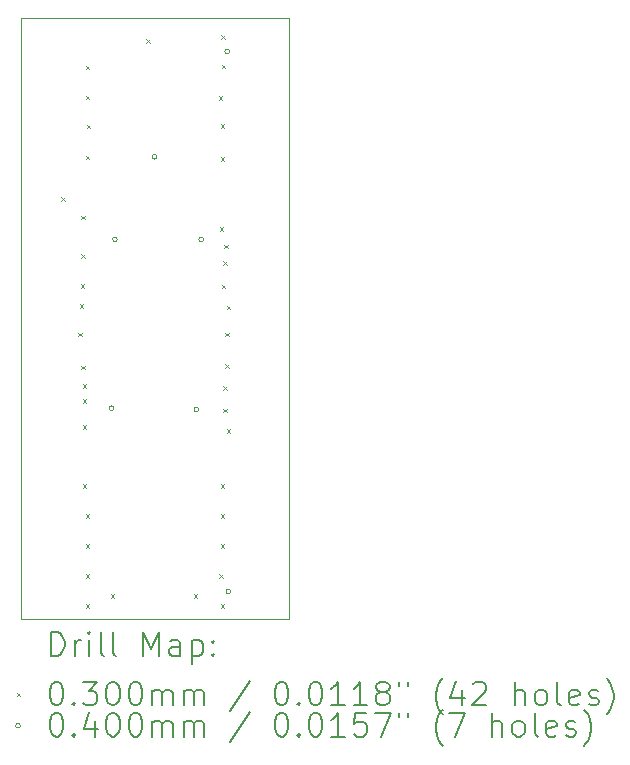
<source format=gbr>
%TF.GenerationSoftware,KiCad,Pcbnew,8.0.7*%
%TF.CreationDate,2025-03-12T15:38:39-05:00*%
%TF.ProjectId,YM3802-F-to-X,594d3338-3032-42d4-962d-746f2d582e6b,rev?*%
%TF.SameCoordinates,Original*%
%TF.FileFunction,Drillmap*%
%TF.FilePolarity,Positive*%
%FSLAX45Y45*%
G04 Gerber Fmt 4.5, Leading zero omitted, Abs format (unit mm)*
G04 Created by KiCad (PCBNEW 8.0.7) date 2025-03-12 15:38:39*
%MOMM*%
%LPD*%
G01*
G04 APERTURE LIST*
%ADD10C,0.050000*%
%ADD11C,0.200000*%
%ADD12C,0.100000*%
G04 APERTURE END LIST*
D10*
X13021000Y-9008500D02*
X15290000Y-9008500D01*
X15290000Y-14091500D01*
X13021000Y-14091500D01*
X13021000Y-9008500D01*
D11*
D12*
X13365000Y-10525000D02*
X13395000Y-10555000D01*
X13395000Y-10525000D02*
X13365000Y-10555000D01*
X13510500Y-11669000D02*
X13540500Y-11699000D01*
X13540500Y-11669000D02*
X13510500Y-11699000D01*
X13523200Y-11427700D02*
X13553200Y-11457700D01*
X13553200Y-11427700D02*
X13523200Y-11457700D01*
X13530000Y-11260000D02*
X13560000Y-11290000D01*
X13560000Y-11260000D02*
X13530000Y-11290000D01*
X13535000Y-11005000D02*
X13565000Y-11035000D01*
X13565000Y-11005000D02*
X13535000Y-11035000D01*
X13535900Y-10678400D02*
X13565900Y-10708400D01*
X13565900Y-10678400D02*
X13535900Y-10708400D01*
X13535900Y-11948400D02*
X13565900Y-11978400D01*
X13565900Y-11948400D02*
X13535900Y-11978400D01*
X13545000Y-12105000D02*
X13575000Y-12135000D01*
X13575000Y-12105000D02*
X13545000Y-12135000D01*
X13545000Y-12235000D02*
X13575000Y-12265000D01*
X13575000Y-12235000D02*
X13545000Y-12265000D01*
X13545000Y-12455000D02*
X13575000Y-12485000D01*
X13575000Y-12455000D02*
X13545000Y-12485000D01*
X13548600Y-12951700D02*
X13578600Y-12981700D01*
X13578600Y-12951700D02*
X13548600Y-12981700D01*
X13574000Y-9408400D02*
X13604000Y-9438400D01*
X13604000Y-9408400D02*
X13574000Y-9438400D01*
X13574000Y-9662400D02*
X13604000Y-9692400D01*
X13604000Y-9662400D02*
X13574000Y-9692400D01*
X13574000Y-10170400D02*
X13604000Y-10200400D01*
X13604000Y-10170400D02*
X13574000Y-10200400D01*
X13574000Y-13205700D02*
X13604000Y-13235700D01*
X13604000Y-13205700D02*
X13574000Y-13235700D01*
X13574000Y-13459700D02*
X13604000Y-13489700D01*
X13604000Y-13459700D02*
X13574000Y-13489700D01*
X13574000Y-13713700D02*
X13604000Y-13743700D01*
X13604000Y-13713700D02*
X13574000Y-13743700D01*
X13574000Y-13967700D02*
X13604000Y-13997700D01*
X13604000Y-13967700D02*
X13574000Y-13997700D01*
X13580350Y-9910050D02*
X13610350Y-9940050D01*
X13610350Y-9910050D02*
X13580350Y-9940050D01*
X13785000Y-13885000D02*
X13815000Y-13915000D01*
X13815000Y-13885000D02*
X13785000Y-13915000D01*
X14085000Y-9185000D02*
X14115000Y-9215000D01*
X14115000Y-9185000D02*
X14085000Y-9215000D01*
X14485000Y-13885000D02*
X14515000Y-13915000D01*
X14515000Y-13885000D02*
X14485000Y-13915000D01*
X14697950Y-9668750D02*
X14727950Y-9698750D01*
X14727950Y-9668750D02*
X14697950Y-9698750D01*
X14704300Y-13713700D02*
X14734300Y-13743700D01*
X14734300Y-13713700D02*
X14704300Y-13743700D01*
X14705000Y-10775000D02*
X14735000Y-10805000D01*
X14735000Y-10775000D02*
X14705000Y-10805000D01*
X14717000Y-9903700D02*
X14747000Y-9933700D01*
X14747000Y-9903700D02*
X14717000Y-9933700D01*
X14717000Y-10183100D02*
X14747000Y-10213100D01*
X14747000Y-10183100D02*
X14717000Y-10213100D01*
X14717000Y-12951700D02*
X14747000Y-12981700D01*
X14747000Y-12951700D02*
X14717000Y-12981700D01*
X14717000Y-13205700D02*
X14747000Y-13235700D01*
X14747000Y-13205700D02*
X14717000Y-13235700D01*
X14717000Y-13459700D02*
X14747000Y-13489700D01*
X14747000Y-13459700D02*
X14717000Y-13489700D01*
X14717000Y-13967700D02*
X14747000Y-13997700D01*
X14747000Y-13967700D02*
X14717000Y-13997700D01*
X14720700Y-9150700D02*
X14750700Y-9180700D01*
X14750700Y-9150700D02*
X14720700Y-9180700D01*
X14723350Y-9402050D02*
X14753350Y-9432050D01*
X14753350Y-9402050D02*
X14723350Y-9432050D01*
X14725000Y-11265000D02*
X14755000Y-11295000D01*
X14755000Y-11265000D02*
X14725000Y-11295000D01*
X14735000Y-11065000D02*
X14765000Y-11095000D01*
X14765000Y-11065000D02*
X14735000Y-11095000D01*
X14735000Y-12125000D02*
X14765000Y-12155000D01*
X14765000Y-12125000D02*
X14735000Y-12155000D01*
X14735000Y-12315000D02*
X14765000Y-12345000D01*
X14765000Y-12315000D02*
X14735000Y-12345000D01*
X14745000Y-10925000D02*
X14775000Y-10955000D01*
X14775000Y-10925000D02*
X14745000Y-10955000D01*
X14755100Y-11670600D02*
X14785100Y-11700600D01*
X14785100Y-11670600D02*
X14755100Y-11700600D01*
X14755100Y-11935700D02*
X14785100Y-11965700D01*
X14785100Y-11935700D02*
X14755100Y-11965700D01*
X14765000Y-12485000D02*
X14795000Y-12515000D01*
X14795000Y-12485000D02*
X14765000Y-12515000D01*
X14767800Y-11440400D02*
X14797800Y-11470400D01*
X14797800Y-11440400D02*
X14767800Y-11470400D01*
X13810000Y-12310000D02*
G75*
G02*
X13770000Y-12310000I-20000J0D01*
G01*
X13770000Y-12310000D02*
G75*
G02*
X13810000Y-12310000I20000J0D01*
G01*
X13840000Y-10880000D02*
G75*
G02*
X13800000Y-10880000I-20000J0D01*
G01*
X13800000Y-10880000D02*
G75*
G02*
X13840000Y-10880000I20000J0D01*
G01*
X14175000Y-10180000D02*
G75*
G02*
X14135000Y-10180000I-20000J0D01*
G01*
X14135000Y-10180000D02*
G75*
G02*
X14175000Y-10180000I20000J0D01*
G01*
X14530000Y-12320000D02*
G75*
G02*
X14490000Y-12320000I-20000J0D01*
G01*
X14490000Y-12320000D02*
G75*
G02*
X14530000Y-12320000I20000J0D01*
G01*
X14570000Y-10880000D02*
G75*
G02*
X14530000Y-10880000I-20000J0D01*
G01*
X14530000Y-10880000D02*
G75*
G02*
X14570000Y-10880000I20000J0D01*
G01*
X14790000Y-9290000D02*
G75*
G02*
X14750000Y-9290000I-20000J0D01*
G01*
X14750000Y-9290000D02*
G75*
G02*
X14790000Y-9290000I20000J0D01*
G01*
X14800000Y-13860000D02*
G75*
G02*
X14760000Y-13860000I-20000J0D01*
G01*
X14760000Y-13860000D02*
G75*
G02*
X14800000Y-13860000I20000J0D01*
G01*
D11*
X13279277Y-14405484D02*
X13279277Y-14205484D01*
X13279277Y-14205484D02*
X13326896Y-14205484D01*
X13326896Y-14205484D02*
X13355467Y-14215008D01*
X13355467Y-14215008D02*
X13374515Y-14234055D01*
X13374515Y-14234055D02*
X13384039Y-14253103D01*
X13384039Y-14253103D02*
X13393562Y-14291198D01*
X13393562Y-14291198D02*
X13393562Y-14319769D01*
X13393562Y-14319769D02*
X13384039Y-14357865D01*
X13384039Y-14357865D02*
X13374515Y-14376912D01*
X13374515Y-14376912D02*
X13355467Y-14395960D01*
X13355467Y-14395960D02*
X13326896Y-14405484D01*
X13326896Y-14405484D02*
X13279277Y-14405484D01*
X13479277Y-14405484D02*
X13479277Y-14272150D01*
X13479277Y-14310246D02*
X13488801Y-14291198D01*
X13488801Y-14291198D02*
X13498324Y-14281674D01*
X13498324Y-14281674D02*
X13517372Y-14272150D01*
X13517372Y-14272150D02*
X13536420Y-14272150D01*
X13603086Y-14405484D02*
X13603086Y-14272150D01*
X13603086Y-14205484D02*
X13593562Y-14215008D01*
X13593562Y-14215008D02*
X13603086Y-14224531D01*
X13603086Y-14224531D02*
X13612610Y-14215008D01*
X13612610Y-14215008D02*
X13603086Y-14205484D01*
X13603086Y-14205484D02*
X13603086Y-14224531D01*
X13726896Y-14405484D02*
X13707848Y-14395960D01*
X13707848Y-14395960D02*
X13698324Y-14376912D01*
X13698324Y-14376912D02*
X13698324Y-14205484D01*
X13831658Y-14405484D02*
X13812610Y-14395960D01*
X13812610Y-14395960D02*
X13803086Y-14376912D01*
X13803086Y-14376912D02*
X13803086Y-14205484D01*
X14060229Y-14405484D02*
X14060229Y-14205484D01*
X14060229Y-14205484D02*
X14126896Y-14348341D01*
X14126896Y-14348341D02*
X14193562Y-14205484D01*
X14193562Y-14205484D02*
X14193562Y-14405484D01*
X14374515Y-14405484D02*
X14374515Y-14300722D01*
X14374515Y-14300722D02*
X14364991Y-14281674D01*
X14364991Y-14281674D02*
X14345943Y-14272150D01*
X14345943Y-14272150D02*
X14307848Y-14272150D01*
X14307848Y-14272150D02*
X14288801Y-14281674D01*
X14374515Y-14395960D02*
X14355467Y-14405484D01*
X14355467Y-14405484D02*
X14307848Y-14405484D01*
X14307848Y-14405484D02*
X14288801Y-14395960D01*
X14288801Y-14395960D02*
X14279277Y-14376912D01*
X14279277Y-14376912D02*
X14279277Y-14357865D01*
X14279277Y-14357865D02*
X14288801Y-14338817D01*
X14288801Y-14338817D02*
X14307848Y-14329293D01*
X14307848Y-14329293D02*
X14355467Y-14329293D01*
X14355467Y-14329293D02*
X14374515Y-14319769D01*
X14469753Y-14272150D02*
X14469753Y-14472150D01*
X14469753Y-14281674D02*
X14488801Y-14272150D01*
X14488801Y-14272150D02*
X14526896Y-14272150D01*
X14526896Y-14272150D02*
X14545943Y-14281674D01*
X14545943Y-14281674D02*
X14555467Y-14291198D01*
X14555467Y-14291198D02*
X14564991Y-14310246D01*
X14564991Y-14310246D02*
X14564991Y-14367388D01*
X14564991Y-14367388D02*
X14555467Y-14386436D01*
X14555467Y-14386436D02*
X14545943Y-14395960D01*
X14545943Y-14395960D02*
X14526896Y-14405484D01*
X14526896Y-14405484D02*
X14488801Y-14405484D01*
X14488801Y-14405484D02*
X14469753Y-14395960D01*
X14650705Y-14386436D02*
X14660229Y-14395960D01*
X14660229Y-14395960D02*
X14650705Y-14405484D01*
X14650705Y-14405484D02*
X14641182Y-14395960D01*
X14641182Y-14395960D02*
X14650705Y-14386436D01*
X14650705Y-14386436D02*
X14650705Y-14405484D01*
X14650705Y-14281674D02*
X14660229Y-14291198D01*
X14660229Y-14291198D02*
X14650705Y-14300722D01*
X14650705Y-14300722D02*
X14641182Y-14291198D01*
X14641182Y-14291198D02*
X14650705Y-14281674D01*
X14650705Y-14281674D02*
X14650705Y-14300722D01*
D12*
X12988500Y-14719000D02*
X13018500Y-14749000D01*
X13018500Y-14719000D02*
X12988500Y-14749000D01*
D11*
X13317372Y-14625484D02*
X13336420Y-14625484D01*
X13336420Y-14625484D02*
X13355467Y-14635008D01*
X13355467Y-14635008D02*
X13364991Y-14644531D01*
X13364991Y-14644531D02*
X13374515Y-14663579D01*
X13374515Y-14663579D02*
X13384039Y-14701674D01*
X13384039Y-14701674D02*
X13384039Y-14749293D01*
X13384039Y-14749293D02*
X13374515Y-14787388D01*
X13374515Y-14787388D02*
X13364991Y-14806436D01*
X13364991Y-14806436D02*
X13355467Y-14815960D01*
X13355467Y-14815960D02*
X13336420Y-14825484D01*
X13336420Y-14825484D02*
X13317372Y-14825484D01*
X13317372Y-14825484D02*
X13298324Y-14815960D01*
X13298324Y-14815960D02*
X13288801Y-14806436D01*
X13288801Y-14806436D02*
X13279277Y-14787388D01*
X13279277Y-14787388D02*
X13269753Y-14749293D01*
X13269753Y-14749293D02*
X13269753Y-14701674D01*
X13269753Y-14701674D02*
X13279277Y-14663579D01*
X13279277Y-14663579D02*
X13288801Y-14644531D01*
X13288801Y-14644531D02*
X13298324Y-14635008D01*
X13298324Y-14635008D02*
X13317372Y-14625484D01*
X13469753Y-14806436D02*
X13479277Y-14815960D01*
X13479277Y-14815960D02*
X13469753Y-14825484D01*
X13469753Y-14825484D02*
X13460229Y-14815960D01*
X13460229Y-14815960D02*
X13469753Y-14806436D01*
X13469753Y-14806436D02*
X13469753Y-14825484D01*
X13545943Y-14625484D02*
X13669753Y-14625484D01*
X13669753Y-14625484D02*
X13603086Y-14701674D01*
X13603086Y-14701674D02*
X13631658Y-14701674D01*
X13631658Y-14701674D02*
X13650705Y-14711198D01*
X13650705Y-14711198D02*
X13660229Y-14720722D01*
X13660229Y-14720722D02*
X13669753Y-14739769D01*
X13669753Y-14739769D02*
X13669753Y-14787388D01*
X13669753Y-14787388D02*
X13660229Y-14806436D01*
X13660229Y-14806436D02*
X13650705Y-14815960D01*
X13650705Y-14815960D02*
X13631658Y-14825484D01*
X13631658Y-14825484D02*
X13574515Y-14825484D01*
X13574515Y-14825484D02*
X13555467Y-14815960D01*
X13555467Y-14815960D02*
X13545943Y-14806436D01*
X13793562Y-14625484D02*
X13812610Y-14625484D01*
X13812610Y-14625484D02*
X13831658Y-14635008D01*
X13831658Y-14635008D02*
X13841182Y-14644531D01*
X13841182Y-14644531D02*
X13850705Y-14663579D01*
X13850705Y-14663579D02*
X13860229Y-14701674D01*
X13860229Y-14701674D02*
X13860229Y-14749293D01*
X13860229Y-14749293D02*
X13850705Y-14787388D01*
X13850705Y-14787388D02*
X13841182Y-14806436D01*
X13841182Y-14806436D02*
X13831658Y-14815960D01*
X13831658Y-14815960D02*
X13812610Y-14825484D01*
X13812610Y-14825484D02*
X13793562Y-14825484D01*
X13793562Y-14825484D02*
X13774515Y-14815960D01*
X13774515Y-14815960D02*
X13764991Y-14806436D01*
X13764991Y-14806436D02*
X13755467Y-14787388D01*
X13755467Y-14787388D02*
X13745943Y-14749293D01*
X13745943Y-14749293D02*
X13745943Y-14701674D01*
X13745943Y-14701674D02*
X13755467Y-14663579D01*
X13755467Y-14663579D02*
X13764991Y-14644531D01*
X13764991Y-14644531D02*
X13774515Y-14635008D01*
X13774515Y-14635008D02*
X13793562Y-14625484D01*
X13984039Y-14625484D02*
X14003086Y-14625484D01*
X14003086Y-14625484D02*
X14022134Y-14635008D01*
X14022134Y-14635008D02*
X14031658Y-14644531D01*
X14031658Y-14644531D02*
X14041182Y-14663579D01*
X14041182Y-14663579D02*
X14050705Y-14701674D01*
X14050705Y-14701674D02*
X14050705Y-14749293D01*
X14050705Y-14749293D02*
X14041182Y-14787388D01*
X14041182Y-14787388D02*
X14031658Y-14806436D01*
X14031658Y-14806436D02*
X14022134Y-14815960D01*
X14022134Y-14815960D02*
X14003086Y-14825484D01*
X14003086Y-14825484D02*
X13984039Y-14825484D01*
X13984039Y-14825484D02*
X13964991Y-14815960D01*
X13964991Y-14815960D02*
X13955467Y-14806436D01*
X13955467Y-14806436D02*
X13945943Y-14787388D01*
X13945943Y-14787388D02*
X13936420Y-14749293D01*
X13936420Y-14749293D02*
X13936420Y-14701674D01*
X13936420Y-14701674D02*
X13945943Y-14663579D01*
X13945943Y-14663579D02*
X13955467Y-14644531D01*
X13955467Y-14644531D02*
X13964991Y-14635008D01*
X13964991Y-14635008D02*
X13984039Y-14625484D01*
X14136420Y-14825484D02*
X14136420Y-14692150D01*
X14136420Y-14711198D02*
X14145943Y-14701674D01*
X14145943Y-14701674D02*
X14164991Y-14692150D01*
X14164991Y-14692150D02*
X14193563Y-14692150D01*
X14193563Y-14692150D02*
X14212610Y-14701674D01*
X14212610Y-14701674D02*
X14222134Y-14720722D01*
X14222134Y-14720722D02*
X14222134Y-14825484D01*
X14222134Y-14720722D02*
X14231658Y-14701674D01*
X14231658Y-14701674D02*
X14250705Y-14692150D01*
X14250705Y-14692150D02*
X14279277Y-14692150D01*
X14279277Y-14692150D02*
X14298324Y-14701674D01*
X14298324Y-14701674D02*
X14307848Y-14720722D01*
X14307848Y-14720722D02*
X14307848Y-14825484D01*
X14403086Y-14825484D02*
X14403086Y-14692150D01*
X14403086Y-14711198D02*
X14412610Y-14701674D01*
X14412610Y-14701674D02*
X14431658Y-14692150D01*
X14431658Y-14692150D02*
X14460229Y-14692150D01*
X14460229Y-14692150D02*
X14479277Y-14701674D01*
X14479277Y-14701674D02*
X14488801Y-14720722D01*
X14488801Y-14720722D02*
X14488801Y-14825484D01*
X14488801Y-14720722D02*
X14498324Y-14701674D01*
X14498324Y-14701674D02*
X14517372Y-14692150D01*
X14517372Y-14692150D02*
X14545943Y-14692150D01*
X14545943Y-14692150D02*
X14564991Y-14701674D01*
X14564991Y-14701674D02*
X14574515Y-14720722D01*
X14574515Y-14720722D02*
X14574515Y-14825484D01*
X14964991Y-14615960D02*
X14793563Y-14873103D01*
X15222134Y-14625484D02*
X15241182Y-14625484D01*
X15241182Y-14625484D02*
X15260229Y-14635008D01*
X15260229Y-14635008D02*
X15269753Y-14644531D01*
X15269753Y-14644531D02*
X15279277Y-14663579D01*
X15279277Y-14663579D02*
X15288801Y-14701674D01*
X15288801Y-14701674D02*
X15288801Y-14749293D01*
X15288801Y-14749293D02*
X15279277Y-14787388D01*
X15279277Y-14787388D02*
X15269753Y-14806436D01*
X15269753Y-14806436D02*
X15260229Y-14815960D01*
X15260229Y-14815960D02*
X15241182Y-14825484D01*
X15241182Y-14825484D02*
X15222134Y-14825484D01*
X15222134Y-14825484D02*
X15203086Y-14815960D01*
X15203086Y-14815960D02*
X15193563Y-14806436D01*
X15193563Y-14806436D02*
X15184039Y-14787388D01*
X15184039Y-14787388D02*
X15174515Y-14749293D01*
X15174515Y-14749293D02*
X15174515Y-14701674D01*
X15174515Y-14701674D02*
X15184039Y-14663579D01*
X15184039Y-14663579D02*
X15193563Y-14644531D01*
X15193563Y-14644531D02*
X15203086Y-14635008D01*
X15203086Y-14635008D02*
X15222134Y-14625484D01*
X15374515Y-14806436D02*
X15384039Y-14815960D01*
X15384039Y-14815960D02*
X15374515Y-14825484D01*
X15374515Y-14825484D02*
X15364991Y-14815960D01*
X15364991Y-14815960D02*
X15374515Y-14806436D01*
X15374515Y-14806436D02*
X15374515Y-14825484D01*
X15507848Y-14625484D02*
X15526896Y-14625484D01*
X15526896Y-14625484D02*
X15545944Y-14635008D01*
X15545944Y-14635008D02*
X15555467Y-14644531D01*
X15555467Y-14644531D02*
X15564991Y-14663579D01*
X15564991Y-14663579D02*
X15574515Y-14701674D01*
X15574515Y-14701674D02*
X15574515Y-14749293D01*
X15574515Y-14749293D02*
X15564991Y-14787388D01*
X15564991Y-14787388D02*
X15555467Y-14806436D01*
X15555467Y-14806436D02*
X15545944Y-14815960D01*
X15545944Y-14815960D02*
X15526896Y-14825484D01*
X15526896Y-14825484D02*
X15507848Y-14825484D01*
X15507848Y-14825484D02*
X15488801Y-14815960D01*
X15488801Y-14815960D02*
X15479277Y-14806436D01*
X15479277Y-14806436D02*
X15469753Y-14787388D01*
X15469753Y-14787388D02*
X15460229Y-14749293D01*
X15460229Y-14749293D02*
X15460229Y-14701674D01*
X15460229Y-14701674D02*
X15469753Y-14663579D01*
X15469753Y-14663579D02*
X15479277Y-14644531D01*
X15479277Y-14644531D02*
X15488801Y-14635008D01*
X15488801Y-14635008D02*
X15507848Y-14625484D01*
X15764991Y-14825484D02*
X15650706Y-14825484D01*
X15707848Y-14825484D02*
X15707848Y-14625484D01*
X15707848Y-14625484D02*
X15688801Y-14654055D01*
X15688801Y-14654055D02*
X15669753Y-14673103D01*
X15669753Y-14673103D02*
X15650706Y-14682627D01*
X15955467Y-14825484D02*
X15841182Y-14825484D01*
X15898325Y-14825484D02*
X15898325Y-14625484D01*
X15898325Y-14625484D02*
X15879277Y-14654055D01*
X15879277Y-14654055D02*
X15860229Y-14673103D01*
X15860229Y-14673103D02*
X15841182Y-14682627D01*
X16069753Y-14711198D02*
X16050706Y-14701674D01*
X16050706Y-14701674D02*
X16041182Y-14692150D01*
X16041182Y-14692150D02*
X16031658Y-14673103D01*
X16031658Y-14673103D02*
X16031658Y-14663579D01*
X16031658Y-14663579D02*
X16041182Y-14644531D01*
X16041182Y-14644531D02*
X16050706Y-14635008D01*
X16050706Y-14635008D02*
X16069753Y-14625484D01*
X16069753Y-14625484D02*
X16107848Y-14625484D01*
X16107848Y-14625484D02*
X16126896Y-14635008D01*
X16126896Y-14635008D02*
X16136420Y-14644531D01*
X16136420Y-14644531D02*
X16145944Y-14663579D01*
X16145944Y-14663579D02*
X16145944Y-14673103D01*
X16145944Y-14673103D02*
X16136420Y-14692150D01*
X16136420Y-14692150D02*
X16126896Y-14701674D01*
X16126896Y-14701674D02*
X16107848Y-14711198D01*
X16107848Y-14711198D02*
X16069753Y-14711198D01*
X16069753Y-14711198D02*
X16050706Y-14720722D01*
X16050706Y-14720722D02*
X16041182Y-14730246D01*
X16041182Y-14730246D02*
X16031658Y-14749293D01*
X16031658Y-14749293D02*
X16031658Y-14787388D01*
X16031658Y-14787388D02*
X16041182Y-14806436D01*
X16041182Y-14806436D02*
X16050706Y-14815960D01*
X16050706Y-14815960D02*
X16069753Y-14825484D01*
X16069753Y-14825484D02*
X16107848Y-14825484D01*
X16107848Y-14825484D02*
X16126896Y-14815960D01*
X16126896Y-14815960D02*
X16136420Y-14806436D01*
X16136420Y-14806436D02*
X16145944Y-14787388D01*
X16145944Y-14787388D02*
X16145944Y-14749293D01*
X16145944Y-14749293D02*
X16136420Y-14730246D01*
X16136420Y-14730246D02*
X16126896Y-14720722D01*
X16126896Y-14720722D02*
X16107848Y-14711198D01*
X16222134Y-14625484D02*
X16222134Y-14663579D01*
X16298325Y-14625484D02*
X16298325Y-14663579D01*
X16593563Y-14901674D02*
X16584039Y-14892150D01*
X16584039Y-14892150D02*
X16564991Y-14863579D01*
X16564991Y-14863579D02*
X16555468Y-14844531D01*
X16555468Y-14844531D02*
X16545944Y-14815960D01*
X16545944Y-14815960D02*
X16536420Y-14768341D01*
X16536420Y-14768341D02*
X16536420Y-14730246D01*
X16536420Y-14730246D02*
X16545944Y-14682627D01*
X16545944Y-14682627D02*
X16555468Y-14654055D01*
X16555468Y-14654055D02*
X16564991Y-14635008D01*
X16564991Y-14635008D02*
X16584039Y-14606436D01*
X16584039Y-14606436D02*
X16593563Y-14596912D01*
X16755468Y-14692150D02*
X16755468Y-14825484D01*
X16707848Y-14615960D02*
X16660229Y-14758817D01*
X16660229Y-14758817D02*
X16784039Y-14758817D01*
X16850706Y-14644531D02*
X16860230Y-14635008D01*
X16860230Y-14635008D02*
X16879277Y-14625484D01*
X16879277Y-14625484D02*
X16926896Y-14625484D01*
X16926896Y-14625484D02*
X16945944Y-14635008D01*
X16945944Y-14635008D02*
X16955468Y-14644531D01*
X16955468Y-14644531D02*
X16964991Y-14663579D01*
X16964991Y-14663579D02*
X16964991Y-14682627D01*
X16964991Y-14682627D02*
X16955468Y-14711198D01*
X16955468Y-14711198D02*
X16841182Y-14825484D01*
X16841182Y-14825484D02*
X16964991Y-14825484D01*
X17203087Y-14825484D02*
X17203087Y-14625484D01*
X17288801Y-14825484D02*
X17288801Y-14720722D01*
X17288801Y-14720722D02*
X17279277Y-14701674D01*
X17279277Y-14701674D02*
X17260230Y-14692150D01*
X17260230Y-14692150D02*
X17231658Y-14692150D01*
X17231658Y-14692150D02*
X17212611Y-14701674D01*
X17212611Y-14701674D02*
X17203087Y-14711198D01*
X17412611Y-14825484D02*
X17393563Y-14815960D01*
X17393563Y-14815960D02*
X17384039Y-14806436D01*
X17384039Y-14806436D02*
X17374515Y-14787388D01*
X17374515Y-14787388D02*
X17374515Y-14730246D01*
X17374515Y-14730246D02*
X17384039Y-14711198D01*
X17384039Y-14711198D02*
X17393563Y-14701674D01*
X17393563Y-14701674D02*
X17412611Y-14692150D01*
X17412611Y-14692150D02*
X17441182Y-14692150D01*
X17441182Y-14692150D02*
X17460230Y-14701674D01*
X17460230Y-14701674D02*
X17469753Y-14711198D01*
X17469753Y-14711198D02*
X17479277Y-14730246D01*
X17479277Y-14730246D02*
X17479277Y-14787388D01*
X17479277Y-14787388D02*
X17469753Y-14806436D01*
X17469753Y-14806436D02*
X17460230Y-14815960D01*
X17460230Y-14815960D02*
X17441182Y-14825484D01*
X17441182Y-14825484D02*
X17412611Y-14825484D01*
X17593563Y-14825484D02*
X17574515Y-14815960D01*
X17574515Y-14815960D02*
X17564992Y-14796912D01*
X17564992Y-14796912D02*
X17564992Y-14625484D01*
X17745944Y-14815960D02*
X17726896Y-14825484D01*
X17726896Y-14825484D02*
X17688801Y-14825484D01*
X17688801Y-14825484D02*
X17669753Y-14815960D01*
X17669753Y-14815960D02*
X17660230Y-14796912D01*
X17660230Y-14796912D02*
X17660230Y-14720722D01*
X17660230Y-14720722D02*
X17669753Y-14701674D01*
X17669753Y-14701674D02*
X17688801Y-14692150D01*
X17688801Y-14692150D02*
X17726896Y-14692150D01*
X17726896Y-14692150D02*
X17745944Y-14701674D01*
X17745944Y-14701674D02*
X17755468Y-14720722D01*
X17755468Y-14720722D02*
X17755468Y-14739769D01*
X17755468Y-14739769D02*
X17660230Y-14758817D01*
X17831658Y-14815960D02*
X17850706Y-14825484D01*
X17850706Y-14825484D02*
X17888801Y-14825484D01*
X17888801Y-14825484D02*
X17907849Y-14815960D01*
X17907849Y-14815960D02*
X17917373Y-14796912D01*
X17917373Y-14796912D02*
X17917373Y-14787388D01*
X17917373Y-14787388D02*
X17907849Y-14768341D01*
X17907849Y-14768341D02*
X17888801Y-14758817D01*
X17888801Y-14758817D02*
X17860230Y-14758817D01*
X17860230Y-14758817D02*
X17841182Y-14749293D01*
X17841182Y-14749293D02*
X17831658Y-14730246D01*
X17831658Y-14730246D02*
X17831658Y-14720722D01*
X17831658Y-14720722D02*
X17841182Y-14701674D01*
X17841182Y-14701674D02*
X17860230Y-14692150D01*
X17860230Y-14692150D02*
X17888801Y-14692150D01*
X17888801Y-14692150D02*
X17907849Y-14701674D01*
X17984039Y-14901674D02*
X17993563Y-14892150D01*
X17993563Y-14892150D02*
X18012611Y-14863579D01*
X18012611Y-14863579D02*
X18022134Y-14844531D01*
X18022134Y-14844531D02*
X18031658Y-14815960D01*
X18031658Y-14815960D02*
X18041182Y-14768341D01*
X18041182Y-14768341D02*
X18041182Y-14730246D01*
X18041182Y-14730246D02*
X18031658Y-14682627D01*
X18031658Y-14682627D02*
X18022134Y-14654055D01*
X18022134Y-14654055D02*
X18012611Y-14635008D01*
X18012611Y-14635008D02*
X17993563Y-14606436D01*
X17993563Y-14606436D02*
X17984039Y-14596912D01*
D12*
X13018500Y-14998000D02*
G75*
G02*
X12978500Y-14998000I-20000J0D01*
G01*
X12978500Y-14998000D02*
G75*
G02*
X13018500Y-14998000I20000J0D01*
G01*
D11*
X13317372Y-14889484D02*
X13336420Y-14889484D01*
X13336420Y-14889484D02*
X13355467Y-14899008D01*
X13355467Y-14899008D02*
X13364991Y-14908531D01*
X13364991Y-14908531D02*
X13374515Y-14927579D01*
X13374515Y-14927579D02*
X13384039Y-14965674D01*
X13384039Y-14965674D02*
X13384039Y-15013293D01*
X13384039Y-15013293D02*
X13374515Y-15051388D01*
X13374515Y-15051388D02*
X13364991Y-15070436D01*
X13364991Y-15070436D02*
X13355467Y-15079960D01*
X13355467Y-15079960D02*
X13336420Y-15089484D01*
X13336420Y-15089484D02*
X13317372Y-15089484D01*
X13317372Y-15089484D02*
X13298324Y-15079960D01*
X13298324Y-15079960D02*
X13288801Y-15070436D01*
X13288801Y-15070436D02*
X13279277Y-15051388D01*
X13279277Y-15051388D02*
X13269753Y-15013293D01*
X13269753Y-15013293D02*
X13269753Y-14965674D01*
X13269753Y-14965674D02*
X13279277Y-14927579D01*
X13279277Y-14927579D02*
X13288801Y-14908531D01*
X13288801Y-14908531D02*
X13298324Y-14899008D01*
X13298324Y-14899008D02*
X13317372Y-14889484D01*
X13469753Y-15070436D02*
X13479277Y-15079960D01*
X13479277Y-15079960D02*
X13469753Y-15089484D01*
X13469753Y-15089484D02*
X13460229Y-15079960D01*
X13460229Y-15079960D02*
X13469753Y-15070436D01*
X13469753Y-15070436D02*
X13469753Y-15089484D01*
X13650705Y-14956150D02*
X13650705Y-15089484D01*
X13603086Y-14879960D02*
X13555467Y-15022817D01*
X13555467Y-15022817D02*
X13679277Y-15022817D01*
X13793562Y-14889484D02*
X13812610Y-14889484D01*
X13812610Y-14889484D02*
X13831658Y-14899008D01*
X13831658Y-14899008D02*
X13841182Y-14908531D01*
X13841182Y-14908531D02*
X13850705Y-14927579D01*
X13850705Y-14927579D02*
X13860229Y-14965674D01*
X13860229Y-14965674D02*
X13860229Y-15013293D01*
X13860229Y-15013293D02*
X13850705Y-15051388D01*
X13850705Y-15051388D02*
X13841182Y-15070436D01*
X13841182Y-15070436D02*
X13831658Y-15079960D01*
X13831658Y-15079960D02*
X13812610Y-15089484D01*
X13812610Y-15089484D02*
X13793562Y-15089484D01*
X13793562Y-15089484D02*
X13774515Y-15079960D01*
X13774515Y-15079960D02*
X13764991Y-15070436D01*
X13764991Y-15070436D02*
X13755467Y-15051388D01*
X13755467Y-15051388D02*
X13745943Y-15013293D01*
X13745943Y-15013293D02*
X13745943Y-14965674D01*
X13745943Y-14965674D02*
X13755467Y-14927579D01*
X13755467Y-14927579D02*
X13764991Y-14908531D01*
X13764991Y-14908531D02*
X13774515Y-14899008D01*
X13774515Y-14899008D02*
X13793562Y-14889484D01*
X13984039Y-14889484D02*
X14003086Y-14889484D01*
X14003086Y-14889484D02*
X14022134Y-14899008D01*
X14022134Y-14899008D02*
X14031658Y-14908531D01*
X14031658Y-14908531D02*
X14041182Y-14927579D01*
X14041182Y-14927579D02*
X14050705Y-14965674D01*
X14050705Y-14965674D02*
X14050705Y-15013293D01*
X14050705Y-15013293D02*
X14041182Y-15051388D01*
X14041182Y-15051388D02*
X14031658Y-15070436D01*
X14031658Y-15070436D02*
X14022134Y-15079960D01*
X14022134Y-15079960D02*
X14003086Y-15089484D01*
X14003086Y-15089484D02*
X13984039Y-15089484D01*
X13984039Y-15089484D02*
X13964991Y-15079960D01*
X13964991Y-15079960D02*
X13955467Y-15070436D01*
X13955467Y-15070436D02*
X13945943Y-15051388D01*
X13945943Y-15051388D02*
X13936420Y-15013293D01*
X13936420Y-15013293D02*
X13936420Y-14965674D01*
X13936420Y-14965674D02*
X13945943Y-14927579D01*
X13945943Y-14927579D02*
X13955467Y-14908531D01*
X13955467Y-14908531D02*
X13964991Y-14899008D01*
X13964991Y-14899008D02*
X13984039Y-14889484D01*
X14136420Y-15089484D02*
X14136420Y-14956150D01*
X14136420Y-14975198D02*
X14145943Y-14965674D01*
X14145943Y-14965674D02*
X14164991Y-14956150D01*
X14164991Y-14956150D02*
X14193563Y-14956150D01*
X14193563Y-14956150D02*
X14212610Y-14965674D01*
X14212610Y-14965674D02*
X14222134Y-14984722D01*
X14222134Y-14984722D02*
X14222134Y-15089484D01*
X14222134Y-14984722D02*
X14231658Y-14965674D01*
X14231658Y-14965674D02*
X14250705Y-14956150D01*
X14250705Y-14956150D02*
X14279277Y-14956150D01*
X14279277Y-14956150D02*
X14298324Y-14965674D01*
X14298324Y-14965674D02*
X14307848Y-14984722D01*
X14307848Y-14984722D02*
X14307848Y-15089484D01*
X14403086Y-15089484D02*
X14403086Y-14956150D01*
X14403086Y-14975198D02*
X14412610Y-14965674D01*
X14412610Y-14965674D02*
X14431658Y-14956150D01*
X14431658Y-14956150D02*
X14460229Y-14956150D01*
X14460229Y-14956150D02*
X14479277Y-14965674D01*
X14479277Y-14965674D02*
X14488801Y-14984722D01*
X14488801Y-14984722D02*
X14488801Y-15089484D01*
X14488801Y-14984722D02*
X14498324Y-14965674D01*
X14498324Y-14965674D02*
X14517372Y-14956150D01*
X14517372Y-14956150D02*
X14545943Y-14956150D01*
X14545943Y-14956150D02*
X14564991Y-14965674D01*
X14564991Y-14965674D02*
X14574515Y-14984722D01*
X14574515Y-14984722D02*
X14574515Y-15089484D01*
X14964991Y-14879960D02*
X14793563Y-15137103D01*
X15222134Y-14889484D02*
X15241182Y-14889484D01*
X15241182Y-14889484D02*
X15260229Y-14899008D01*
X15260229Y-14899008D02*
X15269753Y-14908531D01*
X15269753Y-14908531D02*
X15279277Y-14927579D01*
X15279277Y-14927579D02*
X15288801Y-14965674D01*
X15288801Y-14965674D02*
X15288801Y-15013293D01*
X15288801Y-15013293D02*
X15279277Y-15051388D01*
X15279277Y-15051388D02*
X15269753Y-15070436D01*
X15269753Y-15070436D02*
X15260229Y-15079960D01*
X15260229Y-15079960D02*
X15241182Y-15089484D01*
X15241182Y-15089484D02*
X15222134Y-15089484D01*
X15222134Y-15089484D02*
X15203086Y-15079960D01*
X15203086Y-15079960D02*
X15193563Y-15070436D01*
X15193563Y-15070436D02*
X15184039Y-15051388D01*
X15184039Y-15051388D02*
X15174515Y-15013293D01*
X15174515Y-15013293D02*
X15174515Y-14965674D01*
X15174515Y-14965674D02*
X15184039Y-14927579D01*
X15184039Y-14927579D02*
X15193563Y-14908531D01*
X15193563Y-14908531D02*
X15203086Y-14899008D01*
X15203086Y-14899008D02*
X15222134Y-14889484D01*
X15374515Y-15070436D02*
X15384039Y-15079960D01*
X15384039Y-15079960D02*
X15374515Y-15089484D01*
X15374515Y-15089484D02*
X15364991Y-15079960D01*
X15364991Y-15079960D02*
X15374515Y-15070436D01*
X15374515Y-15070436D02*
X15374515Y-15089484D01*
X15507848Y-14889484D02*
X15526896Y-14889484D01*
X15526896Y-14889484D02*
X15545944Y-14899008D01*
X15545944Y-14899008D02*
X15555467Y-14908531D01*
X15555467Y-14908531D02*
X15564991Y-14927579D01*
X15564991Y-14927579D02*
X15574515Y-14965674D01*
X15574515Y-14965674D02*
X15574515Y-15013293D01*
X15574515Y-15013293D02*
X15564991Y-15051388D01*
X15564991Y-15051388D02*
X15555467Y-15070436D01*
X15555467Y-15070436D02*
X15545944Y-15079960D01*
X15545944Y-15079960D02*
X15526896Y-15089484D01*
X15526896Y-15089484D02*
X15507848Y-15089484D01*
X15507848Y-15089484D02*
X15488801Y-15079960D01*
X15488801Y-15079960D02*
X15479277Y-15070436D01*
X15479277Y-15070436D02*
X15469753Y-15051388D01*
X15469753Y-15051388D02*
X15460229Y-15013293D01*
X15460229Y-15013293D02*
X15460229Y-14965674D01*
X15460229Y-14965674D02*
X15469753Y-14927579D01*
X15469753Y-14927579D02*
X15479277Y-14908531D01*
X15479277Y-14908531D02*
X15488801Y-14899008D01*
X15488801Y-14899008D02*
X15507848Y-14889484D01*
X15764991Y-15089484D02*
X15650706Y-15089484D01*
X15707848Y-15089484D02*
X15707848Y-14889484D01*
X15707848Y-14889484D02*
X15688801Y-14918055D01*
X15688801Y-14918055D02*
X15669753Y-14937103D01*
X15669753Y-14937103D02*
X15650706Y-14946627D01*
X15945944Y-14889484D02*
X15850706Y-14889484D01*
X15850706Y-14889484D02*
X15841182Y-14984722D01*
X15841182Y-14984722D02*
X15850706Y-14975198D01*
X15850706Y-14975198D02*
X15869753Y-14965674D01*
X15869753Y-14965674D02*
X15917372Y-14965674D01*
X15917372Y-14965674D02*
X15936420Y-14975198D01*
X15936420Y-14975198D02*
X15945944Y-14984722D01*
X15945944Y-14984722D02*
X15955467Y-15003769D01*
X15955467Y-15003769D02*
X15955467Y-15051388D01*
X15955467Y-15051388D02*
X15945944Y-15070436D01*
X15945944Y-15070436D02*
X15936420Y-15079960D01*
X15936420Y-15079960D02*
X15917372Y-15089484D01*
X15917372Y-15089484D02*
X15869753Y-15089484D01*
X15869753Y-15089484D02*
X15850706Y-15079960D01*
X15850706Y-15079960D02*
X15841182Y-15070436D01*
X16022134Y-14889484D02*
X16155467Y-14889484D01*
X16155467Y-14889484D02*
X16069753Y-15089484D01*
X16222134Y-14889484D02*
X16222134Y-14927579D01*
X16298325Y-14889484D02*
X16298325Y-14927579D01*
X16593563Y-15165674D02*
X16584039Y-15156150D01*
X16584039Y-15156150D02*
X16564991Y-15127579D01*
X16564991Y-15127579D02*
X16555468Y-15108531D01*
X16555468Y-15108531D02*
X16545944Y-15079960D01*
X16545944Y-15079960D02*
X16536420Y-15032341D01*
X16536420Y-15032341D02*
X16536420Y-14994246D01*
X16536420Y-14994246D02*
X16545944Y-14946627D01*
X16545944Y-14946627D02*
X16555468Y-14918055D01*
X16555468Y-14918055D02*
X16564991Y-14899008D01*
X16564991Y-14899008D02*
X16584039Y-14870436D01*
X16584039Y-14870436D02*
X16593563Y-14860912D01*
X16650706Y-14889484D02*
X16784039Y-14889484D01*
X16784039Y-14889484D02*
X16698325Y-15089484D01*
X17012611Y-15089484D02*
X17012611Y-14889484D01*
X17098325Y-15089484D02*
X17098325Y-14984722D01*
X17098325Y-14984722D02*
X17088801Y-14965674D01*
X17088801Y-14965674D02*
X17069753Y-14956150D01*
X17069753Y-14956150D02*
X17041182Y-14956150D01*
X17041182Y-14956150D02*
X17022134Y-14965674D01*
X17022134Y-14965674D02*
X17012611Y-14975198D01*
X17222134Y-15089484D02*
X17203087Y-15079960D01*
X17203087Y-15079960D02*
X17193563Y-15070436D01*
X17193563Y-15070436D02*
X17184039Y-15051388D01*
X17184039Y-15051388D02*
X17184039Y-14994246D01*
X17184039Y-14994246D02*
X17193563Y-14975198D01*
X17193563Y-14975198D02*
X17203087Y-14965674D01*
X17203087Y-14965674D02*
X17222134Y-14956150D01*
X17222134Y-14956150D02*
X17250706Y-14956150D01*
X17250706Y-14956150D02*
X17269753Y-14965674D01*
X17269753Y-14965674D02*
X17279277Y-14975198D01*
X17279277Y-14975198D02*
X17288801Y-14994246D01*
X17288801Y-14994246D02*
X17288801Y-15051388D01*
X17288801Y-15051388D02*
X17279277Y-15070436D01*
X17279277Y-15070436D02*
X17269753Y-15079960D01*
X17269753Y-15079960D02*
X17250706Y-15089484D01*
X17250706Y-15089484D02*
X17222134Y-15089484D01*
X17403087Y-15089484D02*
X17384039Y-15079960D01*
X17384039Y-15079960D02*
X17374515Y-15060912D01*
X17374515Y-15060912D02*
X17374515Y-14889484D01*
X17555468Y-15079960D02*
X17536420Y-15089484D01*
X17536420Y-15089484D02*
X17498325Y-15089484D01*
X17498325Y-15089484D02*
X17479277Y-15079960D01*
X17479277Y-15079960D02*
X17469753Y-15060912D01*
X17469753Y-15060912D02*
X17469753Y-14984722D01*
X17469753Y-14984722D02*
X17479277Y-14965674D01*
X17479277Y-14965674D02*
X17498325Y-14956150D01*
X17498325Y-14956150D02*
X17536420Y-14956150D01*
X17536420Y-14956150D02*
X17555468Y-14965674D01*
X17555468Y-14965674D02*
X17564992Y-14984722D01*
X17564992Y-14984722D02*
X17564992Y-15003769D01*
X17564992Y-15003769D02*
X17469753Y-15022817D01*
X17641182Y-15079960D02*
X17660230Y-15089484D01*
X17660230Y-15089484D02*
X17698325Y-15089484D01*
X17698325Y-15089484D02*
X17717373Y-15079960D01*
X17717373Y-15079960D02*
X17726896Y-15060912D01*
X17726896Y-15060912D02*
X17726896Y-15051388D01*
X17726896Y-15051388D02*
X17717373Y-15032341D01*
X17717373Y-15032341D02*
X17698325Y-15022817D01*
X17698325Y-15022817D02*
X17669753Y-15022817D01*
X17669753Y-15022817D02*
X17650706Y-15013293D01*
X17650706Y-15013293D02*
X17641182Y-14994246D01*
X17641182Y-14994246D02*
X17641182Y-14984722D01*
X17641182Y-14984722D02*
X17650706Y-14965674D01*
X17650706Y-14965674D02*
X17669753Y-14956150D01*
X17669753Y-14956150D02*
X17698325Y-14956150D01*
X17698325Y-14956150D02*
X17717373Y-14965674D01*
X17793563Y-15165674D02*
X17803087Y-15156150D01*
X17803087Y-15156150D02*
X17822134Y-15127579D01*
X17822134Y-15127579D02*
X17831658Y-15108531D01*
X17831658Y-15108531D02*
X17841182Y-15079960D01*
X17841182Y-15079960D02*
X17850706Y-15032341D01*
X17850706Y-15032341D02*
X17850706Y-14994246D01*
X17850706Y-14994246D02*
X17841182Y-14946627D01*
X17841182Y-14946627D02*
X17831658Y-14918055D01*
X17831658Y-14918055D02*
X17822134Y-14899008D01*
X17822134Y-14899008D02*
X17803087Y-14870436D01*
X17803087Y-14870436D02*
X17793563Y-14860912D01*
M02*

</source>
